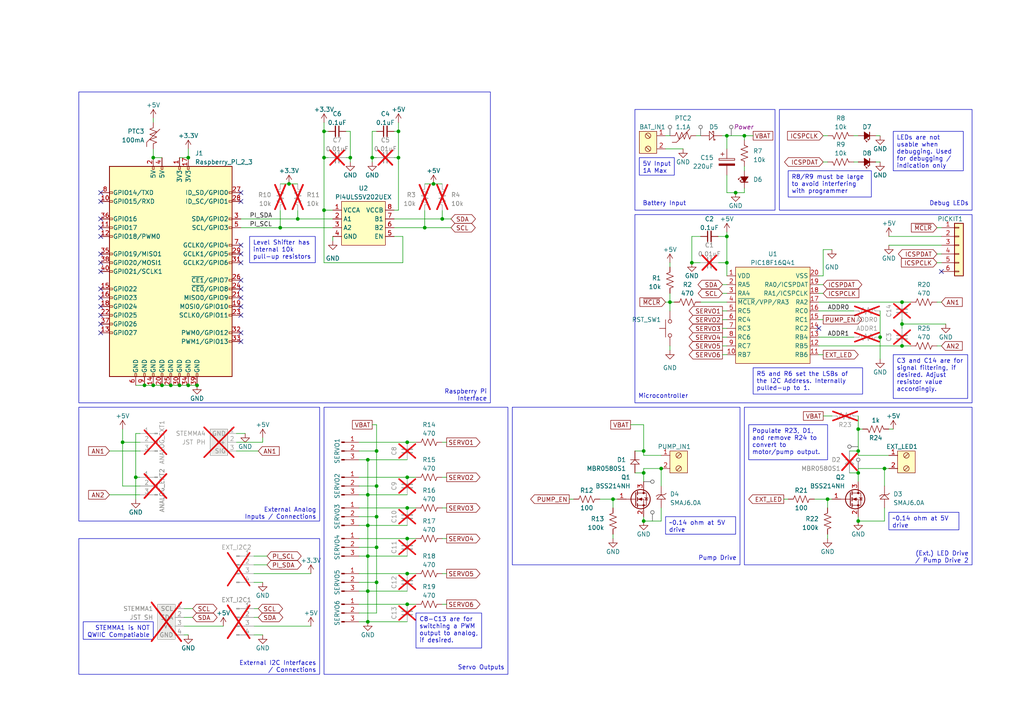
<source format=kicad_sch>
(kicad_sch (version 20230121) (generator eeschema)
  (paper "A4")
  (title_block (title "Servo Control Board") (date "2023-06-29") (rev "A1") (company "Designed by: Robert Perkel") (comment 1 "https://github.com/robperkel/evilia-boat-servo"))
  (junction (at 210.82 39.37))
  (junction (at 248.92 137.16))
  (junction (at 200.66 76.2))
  (junction (at 261.62 93.98))
  (junction (at 109.22 149.86))
  (junction (at 109.22 140.97))
  (junction (at 93.98 45.72))
  (junction (at 213.36 55.88))
  (junction (at 86.36 63.5))
  (junction (at 118.11 156.21))
  (junction (at 118.11 147.32))
  (junction (at 256.54 135.89))
  (junction (at 44.45 111.76))
  (junction (at 107.95 45.72))
  (junction (at 93.98 38.1))
  (junction (at 44.45 45.72))
  (junction (at 106.68 161.29))
  (junction (at 109.22 130.81))
  (junction (at 125.73 53.34))
  (junction (at 186.69 130.81))
  (junction (at 210.82 68.58))
  (junction (at 186.69 137.16))
  (junction (at 106.68 152.4))
  (junction (at 54.61 111.76))
  (junction (at 39.37 138.43))
  (junction (at 101.6 45.72))
  (junction (at 81.28 66.04))
  (junction (at 261.62 100.33))
  (junction (at 115.57 45.72))
  (junction (at 57.15 111.76))
  (junction (at 106.68 133.35))
  (junction (at 215.9 39.37))
  (junction (at 106.68 171.45))
  (junction (at 128.27 63.5))
  (junction (at 118.11 175.26))
  (junction (at 118.11 166.37))
  (junction (at 54.61 45.72))
  (junction (at 248.92 130.81))
  (junction (at 177.8 144.78))
  (junction (at 41.91 111.76))
  (junction (at 255.27 97.79))
  (junction (at 261.62 87.63))
  (junction (at 240.03 144.78))
  (junction (at 83.82 53.34))
  (junction (at 248.92 124.46))
  (junction (at 186.69 151.13))
  (junction (at 93.98 60.96))
  (junction (at 52.07 111.76))
  (junction (at 118.11 128.27))
  (junction (at 210.82 76.2))
  (junction (at 35.56 128.27))
  (junction (at 106.68 180.34))
  (junction (at 49.53 111.76))
  (junction (at 109.22 158.75))
  (junction (at 106.68 143.51))
  (junction (at 194.31 87.63))
  (junction (at 115.57 38.1))
  (junction (at 248.92 151.13))
  (junction (at 191.77 135.89))
  (junction (at 46.99 111.76))
  (junction (at 118.11 138.43))
  (junction (at 123.19 66.04))
  (junction (at 109.22 168.91))
  (no_connect (at 69.85 88.9))
  (no_connect (at 29.21 73.66))
  (no_connect (at 69.85 71.12))
  (no_connect (at 29.21 66.04))
  (no_connect (at 69.85 73.66))
  (no_connect (at 69.85 83.82))
  (no_connect (at 29.21 88.9))
  (no_connect (at 273.05 78.74))
  (no_connect (at 237.49 95.25))
  (no_connect (at 69.85 86.36))
  (no_connect (at 29.21 91.44))
  (no_connect (at 29.21 58.42))
  (no_connect (at 69.85 58.42))
  (no_connect (at 29.21 55.88))
  (no_connect (at 29.21 76.2))
  (no_connect (at 69.85 76.2))
  (no_connect (at 29.21 96.52))
  (no_connect (at 69.85 81.28))
  (no_connect (at 29.21 86.36))
  (no_connect (at 69.85 91.44))
  (no_connect (at 29.21 78.74))
  (no_connect (at 69.85 96.52))
  (no_connect (at 69.85 99.06))
  (no_connect (at 29.21 83.82))
  (no_connect (at 29.21 68.58))
  (no_connect (at 29.21 93.98))
  (no_connect (at 69.85 55.88))
  (no_connect (at 29.21 63.5))
  (wire (pts (xy 44.45 111.76) (xy 46.99 111.76)))
  (wire (pts (xy 114.3 38.1) (xy 115.57 38.1)))
  (wire (pts (xy 93.98 35.56) (xy 93.98 38.1)))
  (wire (pts (xy 52.07 111.76) (xy 54.61 111.76)))
  (wire (pts (xy 215.9 39.37) (xy 218.44 39.37)))
  (wire (pts (xy 254 46.99) (xy 255.27 46.99)))
  (wire (pts (xy 237.49 100.33) (xy 261.62 100.33)))
  (wire (pts (xy 109.22 130.81) (xy 104.14 130.81)))
  (wire (pts (xy 35.56 124.46) (xy 35.56 128.27)))
  (wire (pts (xy 107.95 45.72) (xy 109.22 45.72)))
  (wire (pts (xy 68.58 125.73) (xy 71.12 125.73)))
  (wire (pts (xy 215.9 40.64) (xy 215.9 39.37)))
  (wire (pts (xy 109.22 149.86) (xy 109.22 140.97)))
  (wire (pts (xy 109.22 177.8) (xy 109.22 168.91)))
  (wire (pts (xy 31.75 130.81) (xy 40.64 130.81)))
  (wire (pts (xy 255.27 97.79) (xy 255.27 104.14)))
  (wire (pts (xy 109.22 123.19) (xy 109.22 130.81)))
  (wire (pts (xy 213.36 55.88) (xy 215.9 55.88)))
  (wire (pts (xy 237.49 102.87) (xy 238.76 102.87)))
  (wire (pts (xy 73.66 176.53) (xy 74.93 176.53)))
  (wire (pts (xy 210.82 55.88) (xy 213.36 55.88)))
  (wire (pts (xy 118.11 175.26) (xy 120.65 175.26)))
  (wire (pts (xy 41.91 111.76) (xy 44.45 111.76)))
  (wire (pts (xy 177.8 144.78) (xy 179.07 144.78)))
  (wire (pts (xy 210.82 50.8) (xy 210.82 55.88)))
  (wire (pts (xy 238.76 120.65) (xy 241.3 120.65)))
  (wire (pts (xy 128.27 60.96) (xy 128.27 63.5)))
  (wire (pts (xy 261.62 92.71) (xy 261.62 93.98)))
  (wire (pts (xy 68.58 130.81) (xy 74.93 130.81)))
  (wire (pts (xy 238.76 39.37) (xy 240.03 39.37)))
  (wire (pts (xy 104.14 175.26) (xy 118.11 175.26)))
  (wire (pts (xy 73.66 179.07) (xy 74.93 179.07)))
  (wire (pts (xy 184.15 130.81) (xy 186.69 130.81)))
  (wire (pts (xy 255.27 90.17) (xy 255.27 97.79)))
  (wire (pts (xy 210.82 39.37) (xy 210.82 43.18)))
  (wire (pts (xy 240.03 144.78) (xy 240.03 147.32)))
  (wire (pts (xy 254 39.37) (xy 255.27 39.37)))
  (wire (pts (xy 104.14 138.43) (xy 118.11 138.43)))
  (wire (pts (xy 68.58 128.27) (xy 76.2 128.27)))
  (wire (pts (xy 106.68 171.45) (xy 118.11 171.45)))
  (wire (pts (xy 104.14 156.21) (xy 118.11 156.21)))
  (wire (pts (xy 35.56 128.27) (xy 35.56 140.97)))
  (wire (pts (xy 194.31 85.09) (xy 194.31 87.63)))
  (wire (pts (xy 248.92 120.65) (xy 248.92 124.46)))
  (wire (pts (xy 123.19 53.34) (xy 125.73 53.34)))
  (wire (pts (xy 198.12 43.18) (xy 193.04 43.18)))
  (wire (pts (xy 210.82 68.58) (xy 210.82 76.2)))
  (wire (pts (xy 114.3 66.04) (xy 123.19 66.04)))
  (wire (pts (xy 106.68 161.29) (xy 106.68 171.45)))
  (wire (pts (xy 256.54 151.13) (xy 248.92 151.13)))
  (wire (pts (xy 208.28 68.58) (xy 210.82 68.58)))
  (wire (pts (xy 273.05 76.2) (xy 271.78 76.2)))
  (wire (pts (xy 246.38 137.16) (xy 248.92 137.16)))
  (wire (pts (xy 31.75 143.51) (xy 40.64 143.51)))
  (wire (pts (xy 106.68 171.45) (xy 106.68 180.34)))
  (wire (pts (xy 104.14 158.75) (xy 109.22 158.75)))
  (wire (pts (xy 209.55 100.33) (xy 210.82 100.33)))
  (wire (pts (xy 193.04 39.37) (xy 194.31 39.37)))
  (wire (pts (xy 240.03 144.78) (xy 241.3 144.78)))
  (wire (pts (xy 182.88 123.19) (xy 186.69 123.19)))
  (wire (pts (xy 116.84 76.2) (xy 93.98 76.2)))
  (wire (pts (xy 201.93 39.37) (xy 203.2 39.37)))
  (wire (pts (xy 237.49 90.17) (xy 247.65 90.17)))
  (wire (pts (xy 123.19 60.96) (xy 123.19 66.04)))
  (wire (pts (xy 73.66 181.61) (xy 90.17 181.61)))
  (wire (pts (xy 186.69 137.16) (xy 186.69 139.7)))
  (wire (pts (xy 109.22 158.75) (xy 109.22 149.86)))
  (wire (pts (xy 128.27 175.26) (xy 129.54 175.26)))
  (wire (pts (xy 115.57 60.96) (xy 114.3 60.96)))
  (wire (pts (xy 35.56 140.97) (xy 40.64 140.97)))
  (wire (pts (xy 237.49 82.55) (xy 238.76 82.55)))
  (wire (pts (xy 104.14 171.45) (xy 106.68 171.45)))
  (wire (pts (xy 186.69 135.89) (xy 186.69 137.16)))
  (wire (pts (xy 44.45 45.72) (xy 46.99 45.72)))
  (wire (pts (xy 73.66 166.37) (xy 90.17 166.37)))
  (wire (pts (xy 104.14 149.86) (xy 109.22 149.86)))
  (wire (pts (xy 109.22 140.97) (xy 109.22 130.81)))
  (wire (pts (xy 86.36 63.5) (xy 96.52 63.5)))
  (wire (pts (xy 195.58 87.63) (xy 194.31 87.63)))
  (wire (pts (xy 238.76 46.99) (xy 240.03 46.99)))
  (wire (pts (xy 256.54 135.89) (xy 256.54 140.97)))
  (wire (pts (xy 200.66 76.2) (xy 203.2 76.2)))
  (wire (pts (xy 116.84 68.58) (xy 116.84 76.2)))
  (wire (pts (xy 49.53 111.76) (xy 52.07 111.76)))
  (wire (pts (xy 273.05 71.12) (xy 257.81 71.12)))
  (wire (pts (xy 93.98 38.1) (xy 93.98 45.72)))
  (wire (pts (xy 246.38 130.81) (xy 248.92 130.81)))
  (wire (pts (xy 209.55 102.87) (xy 210.82 102.87)))
  (wire (pts (xy 114.3 68.58) (xy 116.84 68.58)))
  (wire (pts (xy 209.55 92.71) (xy 210.82 92.71)))
  (wire (pts (xy 210.82 67.31) (xy 210.82 68.58)))
  (wire (pts (xy 238.76 85.09) (xy 237.49 85.09)))
  (wire (pts (xy 261.62 93.98) (xy 261.62 95.25)))
  (wire (pts (xy 191.77 135.89) (xy 191.77 140.97)))
  (wire (pts (xy 165.1 144.78) (xy 166.37 144.78)))
  (wire (pts (xy 46.99 111.76) (xy 49.53 111.76)))
  (wire (pts (xy 128.27 138.43) (xy 129.54 138.43)))
  (wire (pts (xy 104.14 152.4) (xy 106.68 152.4)))
  (wire (pts (xy 259.08 124.46) (xy 257.81 124.46)))
  (wire (pts (xy 39.37 111.76) (xy 41.91 111.76)))
  (wire (pts (xy 81.28 60.96) (xy 81.28 66.04)))
  (wire (pts (xy 210.82 39.37) (xy 215.9 39.37)))
  (wire (pts (xy 69.85 63.5) (xy 86.36 63.5)))
  (wire (pts (xy 128.27 156.21) (xy 129.54 156.21)))
  (wire (pts (xy 53.34 181.61) (xy 64.77 181.61)))
  (wire (pts (xy 76.2 128.27) (xy 76.2 127)))
  (wire (pts (xy 273.05 100.33) (xy 271.78 100.33)))
  (wire (pts (xy 273.05 66.04) (xy 271.78 66.04)))
  (wire (pts (xy 257.81 135.89) (xy 256.54 135.89)))
  (wire (pts (xy 130.81 63.5) (xy 128.27 63.5)))
  (wire (pts (xy 191.77 147.32) (xy 191.77 151.13)))
  (wire (pts (xy 83.82 53.34) (xy 86.36 53.34)))
  (wire (pts (xy 95.25 38.1) (xy 93.98 38.1)))
  (wire (pts (xy 104.14 166.37) (xy 118.11 166.37)))
  (wire (pts (xy 101.6 38.1) (xy 101.6 45.72)))
  (wire (pts (xy 106.68 152.4) (xy 118.11 152.4)))
  (wire (pts (xy 40.64 125.73) (xy 39.37 125.73)))
  (wire (pts (xy 191.77 151.13) (xy 186.69 151.13)))
  (wire (pts (xy 114.3 63.5) (xy 128.27 63.5)))
  (wire (pts (xy 247.65 39.37) (xy 248.92 39.37)))
  (wire (pts (xy 209.55 85.09) (xy 210.82 85.09)))
  (wire (pts (xy 93.98 45.72) (xy 93.98 60.96)))
  (wire (pts (xy 106.68 143.51) (xy 118.11 143.51)))
  (wire (pts (xy 81.28 66.04) (xy 96.52 66.04)))
  (wire (pts (xy 248.92 132.08) (xy 257.81 132.08)))
  (wire (pts (xy 209.55 95.25) (xy 210.82 95.25)))
  (wire (pts (xy 107.95 46.99) (xy 107.95 45.72)))
  (wire (pts (xy 52.07 45.72) (xy 54.61 45.72)))
  (wire (pts (xy 107.95 38.1) (xy 107.95 45.72)))
  (wire (pts (xy 125.73 53.34) (xy 128.27 53.34)))
  (wire (pts (xy 107.95 38.1) (xy 109.22 38.1)))
  (wire (pts (xy 106.68 133.35) (xy 106.68 143.51)))
  (wire (pts (xy 106.68 143.51) (xy 106.68 152.4)))
  (wire (pts (xy 118.11 166.37) (xy 120.65 166.37)))
  (wire (pts (xy 39.37 125.73) (xy 39.37 138.43)))
  (wire (pts (xy 247.65 46.99) (xy 248.92 46.99)))
  (wire (pts (xy 261.62 87.63) (xy 264.16 87.63)))
  (wire (pts (xy 194.31 87.63) (xy 194.31 90.17)))
  (wire (pts (xy 210.82 76.2) (xy 210.82 80.01)))
  (wire (pts (xy 54.61 111.76) (xy 57.15 111.76)))
  (wire (pts (xy 39.37 138.43) (xy 40.64 138.43)))
  (wire (pts (xy 101.6 46.99) (xy 101.6 45.72)))
  (wire (pts (xy 238.76 80.01) (xy 237.49 80.01)))
  (wire (pts (xy 273.05 68.58) (xy 257.81 68.58)))
  (wire (pts (xy 194.31 76.2) (xy 194.31 77.47)))
  (wire (pts (xy 106.68 180.34) (xy 118.11 180.34)))
  (wire (pts (xy 237.49 87.63) (xy 261.62 87.63)))
  (wire (pts (xy 209.55 90.17) (xy 210.82 90.17)))
  (wire (pts (xy 118.11 128.27) (xy 120.65 128.27)))
  (wire (pts (xy 186.69 123.19) (xy 186.69 130.81)))
  (wire (pts (xy 53.34 176.53) (xy 55.88 176.53)))
  (wire (pts (xy 104.14 140.97) (xy 109.22 140.97)))
  (wire (pts (xy 237.49 97.79) (xy 247.65 97.79)))
  (wire (pts (xy 54.61 43.18) (xy 54.61 45.72)))
  (wire (pts (xy 273.05 73.66) (xy 271.78 73.66)))
  (wire (pts (xy 238.76 72.39) (xy 241.3 72.39)))
  (wire (pts (xy 215.9 48.26) (xy 215.9 49.53)))
  (wire (pts (xy 106.68 133.35) (xy 118.11 133.35)))
  (wire (pts (xy 193.04 87.63) (xy 194.31 87.63)))
  (wire (pts (xy 203.2 87.63) (xy 210.82 87.63)))
  (wire (pts (xy 209.55 97.79) (xy 210.82 97.79)))
  (wire (pts (xy 104.14 180.34) (xy 106.68 180.34)))
  (wire (pts (xy 200.66 68.58) (xy 200.66 76.2)))
  (wire (pts (xy 186.69 130.81) (xy 186.69 132.08)))
  (wire (pts (xy 209.55 82.55) (xy 210.82 82.55)))
  (wire (pts (xy 118.11 156.21) (xy 120.65 156.21)))
  (wire (pts (xy 261.62 100.33) (xy 264.16 100.33)))
  (wire (pts (xy 186.69 135.89) (xy 191.77 135.89)))
  (wire (pts (xy 186.69 149.86) (xy 186.69 151.13)))
  (wire (pts (xy 248.92 135.89) (xy 248.92 137.16)))
  (wire (pts (xy 115.57 38.1) (xy 115.57 45.72)))
  (wire (pts (xy 128.27 128.27) (xy 129.54 128.27)))
  (wire (pts (xy 248.92 149.86) (xy 248.92 151.13)))
  (wire (pts (xy 69.85 66.04) (xy 81.28 66.04)))
  (wire (pts (xy 101.6 45.72) (xy 100.33 45.72)))
  (wire (pts (xy 274.32 93.98) (xy 261.62 93.98)))
  (wire (pts (xy 256.54 147.32) (xy 256.54 151.13)))
  (wire (pts (xy 130.81 66.04) (xy 123.19 66.04)))
  (wire (pts (xy 104.14 147.32) (xy 118.11 147.32)))
  (wire (pts (xy 177.8 154.94) (xy 177.8 156.21)))
  (wire (pts (xy 104.14 177.8) (xy 109.22 177.8)))
  (wire (pts (xy 240.03 154.94) (xy 240.03 156.21)))
  (wire (pts (xy 271.78 87.63) (xy 273.05 87.63)))
  (wire (pts (xy 73.66 161.29) (xy 77.47 161.29)))
  (wire (pts (xy 209.55 39.37) (xy 210.82 39.37)))
  (wire (pts (xy 238.76 72.39) (xy 238.76 80.01)))
  (wire (pts (xy 86.36 63.5) (xy 86.36 60.96)))
  (wire (pts (xy 95.25 45.72) (xy 93.98 45.72)))
  (wire (pts (xy 106.68 152.4) (xy 106.68 161.29)))
  (wire (pts (xy 177.8 144.78) (xy 177.8 147.32)))
  (wire (pts (xy 104.14 143.51) (xy 106.68 143.51)))
  (wire (pts (xy 248.92 135.89) (xy 256.54 135.89)))
  (wire (pts (xy 186.69 132.08) (xy 191.77 132.08)))
  (wire (pts (xy 81.28 53.34) (xy 83.82 53.34)))
  (wire (pts (xy 73.66 163.83) (xy 77.47 163.83)))
  (wire (pts (xy 109.22 168.91) (xy 109.22 158.75)))
  (wire (pts (xy 101.6 38.1) (xy 100.33 38.1)))
  (wire (pts (xy 44.45 43.18) (xy 44.45 45.72)))
  (wire (pts (xy 107.95 123.19) (xy 109.22 123.19)))
  (wire (pts (xy 104.14 128.27) (xy 118.11 128.27)))
  (wire (pts (xy 73.66 168.91) (xy 76.2 168.91)))
  (wire (pts (xy 93.98 60.96) (xy 96.52 60.96)))
  (wire (pts (xy 44.45 34.29) (xy 44.45 35.56)))
  (wire (pts (xy 93.98 76.2) (xy 93.98 60.96)))
  (wire (pts (xy 237.49 92.71) (xy 238.76 92.71)))
  (wire (pts (xy 128.27 166.37) (xy 129.54 166.37)))
  (wire (pts (xy 248.92 124.46) (xy 248.92 130.81)))
  (wire (pts (xy 114.3 45.72) (xy 115.57 45.72)))
  (wire (pts (xy 194.31 100.33) (xy 194.31 101.6)))
  (wire (pts (xy 236.22 144.78) (xy 240.03 144.78)))
  (wire (pts (xy 118.11 147.32) (xy 120.65 147.32)))
  (wire (pts (xy 35.56 128.27) (xy 40.64 128.27)))
  (wire (pts (xy 118.11 138.43) (xy 120.65 138.43)))
  (wire (pts (xy 208.28 76.2) (xy 210.82 76.2)))
  (wire (pts (xy 248.92 137.16) (xy 248.92 139.7)))
  (wire (pts (xy 215.9 54.61) (xy 215.9 55.88)))
  (wire (pts (xy 248.92 124.46) (xy 250.19 124.46)))
  (wire (pts (xy 203.2 68.58) (xy 200.66 68.58)))
  (wire (pts (xy 227.33 144.78) (xy 228.6 144.78)))
  (wire (pts (xy 104.14 161.29) (xy 106.68 161.29)))
  (wire (pts (xy 39.37 138.43) (xy 39.37 144.78)))
  (wire (pts (xy 184.15 137.16) (xy 186.69 137.16)))
  (wire (pts (xy 104.14 133.35) (xy 106.68 133.35)))
  (wire (pts (xy 248.92 130.81) (xy 248.92 132.08)))
  (wire (pts (xy 53.34 179.07) (xy 55.88 179.07)))
  (wire (pts (xy 106.68 161.29) (xy 118.11 161.29)))
  (wire (pts (xy 96.52 68.58) (xy 96.52 69.85)))
  (wire (pts (xy 53.34 184.15) (xy 54.61 184.15)))
  (wire (pts (xy 115.57 35.56) (xy 115.57 38.1)))
  (wire (pts (xy 128.27 147.32) (xy 129.54 147.32)))
  (wire (pts (xy 115.57 45.72) (xy 115.57 60.96)))
  (wire (pts (xy 104.14 168.91) (xy 109.22 168.91)))
  (wire (pts (xy 73.66 184.15) (xy 76.2 184.15)))
  (wire (pts (xy 173.99 144.78) (xy 177.8 144.78)))
  (rectangle (start 184.15 31.75) (end 224.79 60.96))
  (rectangle (start 22.86 26.67) (end 142.24 116.84))
  (rectangle (start 22.86 156.21) (end 92.71 195.58))
  (rectangle (start 22.86 118.11) (end 92.71 151.13))
  (rectangle (start 226.06 31.75) (end 281.94 60.96))
  (rectangle (start 93.98 118.11) (end 147.32 195.58))
  (rectangle (start 215.9 118.11) (end 281.94 163.83))
  (rectangle (start 184.15 62.23) (end 281.94 116.84))
  (rectangle (start 148.59 118.11) (end 214.63 163.83))
  (text_box "Populate R23, D1, and remove R24 to convert to motor/pump output." (at 217.17 123.19 0) (size 22.86 10.16) (effects (font (size 1.27 1.27)) (justify left top)))
  (text_box "Debug LEDs" (at 261.62 57.15 0) (size 20.32 3.81) (stroke (width -0.0001)) (effects (font (size 1.27 1.27)) (justify right top)))
  (text_box "External Analog Inputs / Connections" (at 69.85 146.05 0) (size 22.86 5.08) (stroke (width -0.0001)) (effects (font (size 1.27 1.27)) (justify right top)))
  (text_box "Battery Input" (at 185.42 57.15 0) (size 20.32 3.81) (stroke (width -0.0001)) (effects (font (size 1.27 1.27)) (justify left top)))
  (text_box "~0.14 ohm at 5V drive" (at 193.04 149.86 0) (size 20.32 5.08) (effects (font (size 1.27 1.27)) (justify left top)))
  (text_box "R8/R9 must be large to avoid interfering with programmer" (at 228.6 49.53 0) (size 24.13 7.62) (effects (font (size 1.27 1.27)) (justify left top)))
  (text_box "5V Input\n1A Max" (at 185.42 45.72 0) (size 10.16 5.08) (effects (font (size 1.27 1.27)) (justify left top)))
  (text_box "~0.14 ohm at 5V drive" (at 257.81 148.59 0) (size 20.32 5.08) (effects (font (size 1.27 1.27)) (justify left top)))
  (text_box "C3 and C14 are for signal filtering, if desired. Adjust resistor value accordingly." (at 259.08 102.87 0) (size 21.59 12.7) (effects (font (size 1.27 1.27)) (justify left top)))
  (text_box "C8-C13 are for switching a PWM output to analog, if desired." (at 120.65 177.8 0) (size 19.05 10.16) (effects (font (size 1.27 1.27)) (justify left top)))
  (text_box "External I2C Interfaces / Connections" (at 67.31 190.5 0) (size 25.4 5.08) (stroke (width -0.0001)) (effects (font (size 1.27 1.27)) (justify right top)))
  (text_box "LEDs are not usable when debugging. Used for debugging / indication only" (at 259.08 38.1 0) (size 20.32 11.43) (effects (font (size 1.27 1.27)) (justify left top)))
  (text_box "Pump Drive" (at 198.12 160.02 0) (size 16.51 3.81) (stroke (width -0.0001)) (effects (font (size 1.27 1.27)) (justify right top)))
  (text_box "Level Shifter has internal 10k pull-up resistors" (at 72.39 68.58 0) (size 19.05 7.62) (effects (font (size 1.27 1.27)) (justify left top)))
  (text_box "R5 and R6 set the LSBs of the I2C Address. Internally pulled-up to 1." (at 218.44 106.68 0) (size 31.75 7.62) (effects (font (size 1.27 1.27)) (justify left top)))
  (text_box "Servo Outputs" (at 130.81 191.77 0) (size 16.51 3.81) (stroke (width -0.0001)) (effects (font (size 1.27 1.27)) (justify right top)))
  (text_box "Microcontroller" (at 184.15 113.03 0) (size 20.32 3.81) (stroke (width -0.0001)) (effects (font (size 1.27 1.27)) (justify left top)))
  (text_box "(Ext.) LED Drive / Pump Drive 2" (at 264.16 158.75 0) (size 17.78 5.08) (stroke (width -0.0001)) (effects (font (size 1.27 1.27)) (justify right top)))
  (text_box "STEMMA1 is NOT\nQWIIC Compatiable" (at 24.13 180.34 0) (size 20.32 5.08) (effects (font (size 1.27 1.27)) (justify right top)))
  (text_box "Raspberry Pi Interface" (at 119.38 111.76 0) (size 22.86 5.08) (stroke (width -0.0001)) (effects (font (size 1.27 1.27)) (justify right top)))
  (label "PI_SCL" (at 72.39 66.04 0))
  (label "PI_SDA" (at 72.39 63.5 0))
  (label "ADDR0" (at 240.03 90.17 0))
  (label "ADDR1" (at 240.03 97.79 0))
  (global_label "SDA" (shape bidirectional) (at 209.55 82.55 180) (property "Intersheetrefs" "${INTERSHEET_REFS}" (effects hide)))
  (global_label "VBAT" (shape passive) (at 107.95 123.19 180) (property "Intersheetrefs" "${INTERSHEET_REFS}" (effects hide)))
  (global_label "SCL" (shape bidirectional) (at 209.55 85.09 180) (property "Intersheetrefs" "${INTERSHEET_REFS}" (effects hide)))
  (global_label "AN2" (shape input) (at 31.75 143.51 180) (property "Intersheetrefs" "${INTERSHEET_REFS}" (effects hide)))
  (global_label "SERVO2" (shape output) (at 129.54 138.43 0) (property "Intersheetrefs" "${INTERSHEET_REFS}" (effects hide)))
  (global_label "SERVO6" (shape output) (at 129.54 175.26 0) (property "Intersheetrefs" "${INTERSHEET_REFS}" (effects hide)))
  (global_label "SERVO4" (shape output) (at 209.55 97.79 180) (property "Intersheetrefs" "${INTERSHEET_REFS}" (effects hide)))
  (global_label "ICSPCLK" (shape input) (at 238.76 85.09 0) (property "Intersheetrefs" "${INTERSHEET_REFS}" (effects hide)))
  (global_label "SERVO3" (shape output) (at 129.54 147.32 0) (property "Intersheetrefs" "${INTERSHEET_REFS}" (effects hide)))
  (global_label "SERVO2" (shape output) (at 209.55 92.71 180) (property "Intersheetrefs" "${INTERSHEET_REFS}" (effects hide)))
  (global_label "ICSPDAT" (shape bidirectional) (at 238.76 46.99 180) (property "Intersheetrefs" "${INTERSHEET_REFS}" (effects hide)))
  (global_label "ICSPCLK" (shape input) (at 238.76 39.37 180) (property "Intersheetrefs" "${INTERSHEET_REFS}" (effects hide)))
  (global_label "ICSPCLK" (shape input) (at 271.78 76.2 180) (property "Intersheetrefs" "${INTERSHEET_REFS}" (effects hide)))
  (global_label "VBAT" (shape passive) (at 182.88 123.19 180) (property "Intersheetrefs" "${INTERSHEET_REFS}" (effects hide)))
  (global_label "AN1" (shape input) (at 31.75 130.81 180) (property "Intersheetrefs" "${INTERSHEET_REFS}" (effects hide)))
  (global_label "SERVO1" (shape output) (at 209.55 90.17 180) (property "Intersheetrefs" "${INTERSHEET_REFS}" (effects hide)))
  (global_label "SDA" (shape bidirectional) (at 74.93 179.07 0) (property "Intersheetrefs" "${INTERSHEET_REFS}" (effects hide)))
  (global_label "SDA" (shape bidirectional) (at 55.88 179.07 0) (property "Intersheetrefs" "${INTERSHEET_REFS}" (effects hide)))
  (global_label "VBAT" (shape passive) (at 238.76 120.65 180) (property "Intersheetrefs" "${INTERSHEET_REFS}" (effects hide)))
  (global_label "AN1" (shape input) (at 74.93 130.81 0) (property "Intersheetrefs" "${INTERSHEET_REFS}" (effects hide)))
  (global_label "AN2" (shape input) (at 273.05 100.33 0) (property "Intersheetrefs" "${INTERSHEET_REFS}" (effects hide)))
  (global_label "SERVO5" (shape output) (at 209.55 100.33 180) (property "Intersheetrefs" "${INTERSHEET_REFS}" (effects hide)))
  (global_label "VBAT" (shape passive) (at 218.44 39.37 0) (property "Intersheetrefs" "${INTERSHEET_REFS}" (effects hide)))
  (global_label "SERVO4" (shape output) (at 129.54 156.21 0) (property "Intersheetrefs" "${INTERSHEET_REFS}" (effects hide)))
  (global_label "PUMP_EN" (shape output) (at 165.1 144.78 180) (property "Intersheetrefs" "${INTERSHEET_REFS}" (effects hide)))
  (global_label "SCL" (shape bidirectional) (at 55.88 176.53 0) (property "Intersheetrefs" "${INTERSHEET_REFS}" (effects hide)))
  (global_label "SDA" (shape bidirectional) (at 130.81 63.5 0) (property "Intersheetrefs" "${INTERSHEET_REFS}" (effects hide)))
  (global_label "PUMP_EN" (shape output) (at 238.76 92.71 0) (property "Intersheetrefs" "${INTERSHEET_REFS}" (effects hide)))
  (global_label "EXT_LED" (shape output) (at 238.76 102.87 0) (property "Intersheetrefs" "${INTERSHEET_REFS}" (effects hide)))
  (global_label "EXT_LED" (shape output) (at 227.33 144.78 180) (property "Intersheetrefs" "${INTERSHEET_REFS}" (effects hide)))
  (global_label "ICSPDAT" (shape bidirectional) (at 271.78 73.66 180) (property "Intersheetrefs" "${INTERSHEET_REFS}" (effects hide)))
  (global_label "SCL" (shape bidirectional) (at 130.81 66.04 0) (property "Intersheetrefs" "${INTERSHEET_REFS}" (effects hide)))
  (global_label "SCL" (shape bidirectional) (at 74.93 176.53 0) (property "Intersheetrefs" "${INTERSHEET_REFS}" (effects hide)))
  (global_label "~{MCLR}" (shape input) (at 271.78 66.04 180) (property "Intersheetrefs" "${INTERSHEET_REFS}" (effects hide)))
  (global_label "SERVO5" (shape output) (at 129.54 166.37 0) (property "Intersheetrefs" "${INTERSHEET_REFS}" (effects hide)))
  (global_label "SERVO1" (shape output) (at 129.54 128.27 0) (property "Intersheetrefs" "${INTERSHEET_REFS}" (effects hide)))
  (global_label "PI_SCL" (shape bidirectional) (at 77.47 161.29 0) (property "Intersheetrefs" "${INTERSHEET_REFS}" (effects hide)))
  (global_label "~{MCLR}" (shape input) (at 193.04 87.63 180) (property "Intersheetrefs" "${INTERSHEET_REFS}" (effects hide)))
  (global_label "ICSPDAT" (shape bidirectional) (at 238.76 82.55 0) (property "Intersheetrefs" "${INTERSHEET_REFS}" (effects hide)))
  (global_label "PI_SDA" (shape bidirectional) (at 77.4436 163.83 0) (property "Intersheetrefs" "${INTERSHEET_REFS}" (effects hide)))
  (global_label "SERVO6" (shape output) (at 209.55 102.87 180) (property "Intersheetrefs" "${INTERSHEET_REFS}" (effects hide)))
  (global_label "SERVO3" (shape output) (at 209.55 95.25 180) (property "Intersheetrefs" "${INTERSHEET_REFS}" (effects hide)))
  (global_label "AN1" (shape input) (at 273.05 87.63 0) (property "Intersheetrefs" "${INTERSHEET_REFS}" (effects hide)))
  (netclass_flag "" (length 2.54) (shape round) (at 248.92 129.54 90) (property "Netclass" "Power" (effects hide)))
  (netclass_flag "" (length 2.54) (shape round) (at 248.92 135.89 0) (property "Netclass" "Power" (effects hide)))
  (netclass_flag "" (length 2.54) (shape round) (at 212.09 39.37 0) (property "Netclass" "Power" (at 212.7885 36.83 0) (effects (font italic) (justify left))))
  (netclass_flag "" (length 2.54) (shape round) (at 194.31 39.37 0) (property "Netclass" "Power" (effects hide)))
  (netclass_flag "" (length 2.54) (shape round) (at 186.69 139.7 270) (property "Netclass" "Power" (effects hide)))
  (netclass_flag "" (length 2.54) (shape round) (at 189.23 151.13 0) (property "Netclass" "Power" (effects hide)))
  (netclass_flag "" (length 2.54) (shape round) (at 203.2 39.37 0) (property "Netclass" "Power" (effects hide)))
  (symbol (lib_id "power:GND") (at 107.95 46.99 0) (unit 1)
    (property "Reference" "#PWR09" (effects hide))
    (property "Value" "GND" (at 107.95 50.8 0))
  )
  (symbol (lib_id "Device:C_Small") (at 118.11 130.81 180) (unit 1) (dnp yes)
    (property "Reference" "C8" (at 114.3 130.81 90))
    (property "Value" "0.01uF" (effects hide))
    (property "Footprint" "Capacitor_SMD:C_0805_2012Metric_Pad1.18x1.45mm_HandSolder" (effects hide))
  )
  (symbol (lib_id "power:GND") (at 177.8 156.21 0) (unit 1)
    (property "Reference" "#PWR015" (effects hide))
    (property "Value" "GND" (at 177.8 160.02 0))
  )
  (symbol (lib_id "Device:R_US") (at 267.97 87.63 90) (unit 1)
    (property "Reference" "R20" (at 267.97 82.55 90))
    (property "Value" "470" (at 267.97 85.09 90))
    (property "Footprint" "Resistor_SMD:R_0805_2012Metric_Pad1.20x1.40mm_HandSolder" (effects hide))
  )
  (symbol (lib_id "Device:C_Polarized") (at 210.82 46.99 0) (unit 1)
    (property "Reference" "C15" (at 207.01 45.72 0) (effects (justify right)))
    (property "Value" "220uF" (at 207.01 48.26 0) (effects (justify right)))
    (property "Footprint" "Capacitor_THT:C_Radial_D8.0mm_H11.5mm_P3.50mm" (effects hide))
    (property "Datasheet" "https://www.rubycon.co.jp/wp-content/uploads/catalog-aluminum/ZLS.pdf" (effects hide))
  )
  (symbol (lib_id "Connector:Conn_01x03_Pin") (at 99.06 168.91 0) (unit 1)
    (property "Reference" "SERVO5" (at 97.79 168.91 90))
    (property "Value" "Conn_01x03_Pin" (effects hide))
    (property "Footprint" "Connector_PinHeader_2.54mm:PinHeader_1x03_P2.54mm_Vertical" (effects hide))
  )
  (symbol (lib_id "Control Board Parts:PI4ULS5V202") (at 105.41 57.15 0) (unit 1)
    (property "Reference" "U2" (at 105.41 54.61 0))
    (property "Value" "PI4ULS5V202UEX" (at 105.41 57.15 0))
    (property "Footprint" "StandardPackages_Custom:MSOP-8" (effects hide))
    (property "Datasheet" "https://www.diodes.com/assets/Datasheets/PI4ULS5V202.pdf" (effects hide))
  )
  (symbol (lib_id "Control Board Parts:BSS214NH") (at 186.69 132.08 0) (unit 1)
    (property "Reference" "Q1" (at 182.88 138.43 0) (effects (justify right)))
    (property "Value" "BSS214NH" (at 182.88 140.97 0) (effects (justify right)))
    (property "Footprint" "StandardPackages_Custom:SOT23-3" (effects hide))
    (property "Datasheet" "https://www.infineon.com/dgdl/BSS214N_Rev2.3.pdf?folderId=db3a3043156fd573011622e10b5c1f67&fileId=db3a304330f6860601311828a70444e9" (effects hide))
  )
  (symbol (lib_id "Device:C_Small") (at 261.62 90.17 180) (unit 1) (dnp yes)
    (property "Reference" "C14" (at 257.81 90.17 90))
    (property "Value" "0.01uF" (effects hide))
    (property "Footprint" "Capacitor_SMD:C_0805_2012Metric_Pad1.18x1.45mm_HandSolder" (effects hide))
  )
  (symbol (lib_id "Device:LED_Small_Filled") (at 215.9 52.07 90) (unit 1)
    (property "Reference" "D6" (at 218.44 52.07 90) (effects (justify right)))
    (property "Value" "LED_Small_Filled" (effects hide))
    (property "Footprint" "LED_SMD:LED_0805_2012Metric_Pad1.15x1.40mm_HandSolder" (effects hide))
  )
  (symbol (lib_id "power:+3.3V") (at 90.17 166.37 0) (unit 1)
    (property "Reference" "#PWR023" (effects hide))
    (property "Value" "+3.3V" (at 90.17 162.56 0))
  )
  (symbol (lib_id "power:GND") (at 39.37 144.78 0) (unit 1)
    (property "Reference" "#PWR021" (effects hide))
    (property "Value" "GND" (at 39.37 148.59 0))
  )
  (symbol (lib_id "Connector:Conn_01x03_Pin") (at 45.72 140.97 0) (mirror y) (unit 1) (dnp yes)
    (property "Reference" "ANALOG_EXT2" (at 46.99 142.24 90))
    (property "Value" "Conn_01x03_Pin" (effects hide))
    (property "Footprint" "Connector_PinHeader_2.54mm:PinHeader_1x03_P2.54mm_Vertical" (effects hide))
  )
  (symbol (lib_id "power:GND") (at 257.81 71.12 0) (mirror y) (unit 1)
    (property "Reference" "#PWR032" (effects hide))
    (property "Value" "GND" (at 257.81 74.93 0))
  )
  (symbol (lib_name "PTC_1") (lib_id "Control Board Parts:PTC") (at 44.45 43.18 270) (mirror x) (unit 1)
    (property "Reference" "PTC3" (at 41.91 38.1 90) (effects (justify right)))
    (property "Value" "100mA" (at 41.91 40.64 90) (effects (justify right)))
    (property "Footprint" "Control Board Custom:0ZCG Series PTC" (effects hide))
    (property "Datasheet" "https://www.belfuse.com/resources/datasheets/circuitprotection/ds-cp-0zcg-series.pdf" (effects hide))
  )
  (symbol (lib_id "Device:C_Small") (at 118.11 168.91 180) (unit 1) (dnp yes)
    (property "Reference" "C12" (at 114.3 168.91 90))
    (property "Value" "0.01uF" (effects hide))
    (property "Footprint" "Capacitor_SMD:C_0805_2012Metric_Pad1.18x1.45mm_HandSolder" (effects hide))
  )
  (symbol (lib_id "Switch:SW_Push") (at 194.31 95.25 90) (unit 1)
    (property "Reference" "RST_SW1" (at 191.77 92.71 90) (effects (justify left)))
    (property "Value" "TL6400AF160QJ" (effects hide))
    (property "Footprint" "Control Board Custom:TL6400AF160QJ" (effects hide))
    (property "Datasheet" "https://media.digikey.com/pdf/Data%20Sheets/E-Switch%20PDFs/TL6400_Datasheet.pdf" (effects hide))
  )
  (symbol (lib_id "Device:R_US") (at 124.46 175.26 90) (unit 1)
    (property "Reference" "R19" (at 124.46 170.18 90))
    (property "Value" "470" (at 124.46 172.72 90))
    (property "Footprint" "Resistor_SMD:R_0805_2012Metric_Pad1.20x1.40mm_HandSolder" (effects hide))
  )
  (symbol (lib_id "power:GND") (at 71.12 125.73 0) (unit 1)
    (property "Reference" "#PWR028" (effects hide))
    (property "Value" "GND" (at 71.12 129.54 0))
  )
  (symbol (lib_id "power:GND") (at 255.27 104.14 0) (unit 1)
    (property "Reference" "#PWR040" (effects hide))
    (property "Value" "GND" (at 255.27 107.95 0))
  )
  (symbol (lib_id "power:GND") (at 248.92 151.13 0) (unit 1)
    (property "Reference" "#PWR034" (effects hide))
    (property "Value" "GND" (at 248.92 154.94 0))
  )
  (symbol (lib_id "power:GND") (at 194.31 101.6 0) (unit 1)
    (property "Reference" "#PWR044" (effects hide))
    (property "Value" "GND" (at 194.31 106.68 0))
  )
  (symbol (lib_id "Device:C_Small") (at 118.11 140.97 180) (unit 1) (dnp yes)
    (property "Reference" "C9" (at 114.3 140.97 90))
    (property "Value" "0.01uF" (effects hide))
    (property "Footprint" "Capacitor_SMD:C_0805_2012Metric_Pad1.18x1.45mm_HandSolder" (effects hide))
  )
  (symbol (lib_id "Device:R_US") (at 243.84 39.37 270) (mirror x) (unit 1)
    (property "Reference" "R8" (at 243.84 34.29 90))
    (property "Value" "10k" (at 243.84 36.83 90))
    (property "Footprint" "Resistor_SMD:R_0805_2012Metric_Pad1.20x1.40mm_HandSolder" (effects hide))
  )
  (symbol (lib_id "power:GND") (at 198.12 43.18 0) (unit 1)
    (property "Reference" "#PWR036" (effects hide))
    (property "Value" "GND" (at 198.12 46.99 0))
  )
  (symbol (lib_id "power:+5V") (at 259.08 124.46 0) (unit 1)
    (property "Reference" "#PWR035" (effects hide))
    (property "Value" "+5V" (at 259.08 120.65 0))
  )
  (symbol (lib_id "Device:C_Small") (at 111.76 38.1 90) (unit 1)
    (property "Reference" "C4" (at 111.7663 33.02 90))
    (property "Value" "0.1uF" (at 111.7663 35.56 90))
    (property "Footprint" "Capacitor_SMD:C_0805_2012Metric_Pad1.18x1.45mm_HandSolder" (effects hide))
  )
  (symbol (lib_id "Device:R_US") (at 254 124.46 90) (mirror x) (unit 1)
    (property "Reference" "R24" (at 254 127 90))
    (property "Value" "1k" (at 254 121.92 90))
    (property "Footprint" "Resistor_SMD:R_0805_2012Metric_Pad1.20x1.40mm_HandSolder" (effects hide))
  )
  (symbol (lib_name "MBR0580S1_1") (lib_id "Control Board Parts:MBR0580S1") (at 187.96 133.35 270) (mirror x) (unit 1)
    (property "Reference" "D1" (at 181.61 133.35 90) (effects (justify right)))
    (property "Value" "MBR0580S1" (at 181.61 135.89 90) (effects (justify right)))
    (property "Footprint" "StandardPackages_Custom:SOD-123" (effects hide))
    (property "Datasheet" "https://media.digikey.com/pdf/Data%20Sheets/Diodes%20PDFs/MBR0580S1_R5.pdf" (effects hide))
  )
  (symbol (lib_id "power:GND") (at 76.2 184.15 0) (unit 1)
    (property "Reference" "#PWR030" (effects hide))
    (property "Value" "GND" (at 76.2 187.96 0))
  )
  (symbol (lib_id "Device:R_US") (at 123.19 57.15 0) (mirror y) (unit 1) (dnp yes)
    (property "Reference" "R3" (at 120.65 56.515 0) (effects (justify left)))
    (property "Value" "10k" (at 120.65 59.055 0) (effects (justify left)))
    (property "Footprint" "Resistor_SMD:R_0805_2012Metric_Pad1.20x1.40mm_HandSolder" (effects hide))
  )
  (symbol (lib_id "power:+5V") (at 115.57 35.56 0) (unit 1)
    (property "Reference" "#PWR012" (effects hide))
    (property "Value" "+5V" (at 115.57 31.75 0))
  )
  (symbol (lib_id "Device:C_Small") (at 118.11 149.86 180) (unit 1) (dnp yes)
    (property "Reference" "C10" (at 114.3 149.86 90))
    (property "Value" "0.01uF" (effects hide))
    (property "Footprint" "Capacitor_SMD:C_0805_2012Metric_Pad1.18x1.45mm_HandSolder" (effects hide))
  )
  (symbol (lib_id "Device:C_Small") (at 118.11 158.75 180) (unit 1) (dnp yes)
    (property "Reference" "C11" (at 114.3 158.75 90))
    (property "Value" "0.01uF" (effects hide))
    (property "Footprint" "Capacitor_SMD:C_0805_2012Metric_Pad1.18x1.45mm_HandSolder" (effects hide))
  )
  (symbol (lib_name "Terminal_Block_2") (lib_id "Control Board Parts:Terminal_Block") (at 187.96 35.56 0) (mirror y) (unit 1)
    (property "Reference" "BAT_IN1" (at 189.23 36.83 0))
    (property "Value" "BCH-381H-2 GN" (effects hide))
    (property "Footprint" "Control Board Custom:BCH-381H-2GN" (effects hide))
    (property "Datasheet" "https://www.phoenixcontact.com/en-us/products/pcb-header-bch-381h-2-gn-5444262" (effects hide))
    (property "Mates with" "BCP-381- 2 GN" (effects hide))
  )
  (symbol (lib_id "Device:C_Small") (at 205.74 68.58 90) (unit 1)
    (property "Reference" "C2" (at 205.7463 63.5 90))
    (property "Value" "0.1uF" (at 205.7463 66.04 90))
    (property "Footprint" "Capacitor_SMD:C_0805_2012Metric_Pad1.18x1.45mm_HandSolder" (effects hide))
  )
  (symbol (lib_id "power:+5V") (at 76.2 127 0) (unit 1)
    (property "Reference" "#PWR037" (effects hide))
    (property "Value" "+5V" (at 76.2 123.19 0))
  )
  (symbol (lib_id "power:GND") (at 255.27 39.37 0) (unit 1)
    (property "Reference" "#PWR042" (effects hide))
    (property "Value" "GND" (at 255.27 43.18 0))
  )
  (symbol (lib_id "Device:C_Small") (at 205.74 76.2 90) (unit 1) (dnp yes)
    (property "Reference" "C1" (at 205.7463 71.12 90))
    (property "Value" "0.01uF" (at 205.7463 73.66 90))
    (property "Footprint" "Capacitor_SMD:C_0805_2012Metric_Pad1.18x1.45mm_HandSolder" (effects hide))
  )
  (symbol (lib_id "Connector:Raspberry_Pi_2_3") (at 49.53 78.74 0) (unit 1)
    (property "Reference" "J1" (at 56.5659 44.45 0) (effects (justify left)))
    (property "Value" "Raspberry_Pi_2_3" (at 56.5659 46.99 0) (effects (justify left)))
    (property "Footprint" "Connector_PinHeader_2.54mm:PinHeader_2x20_P2.54mm_Vertical" (effects hide))
    (property "Datasheet" "https://www.raspberrypi.org/documentation/hardware/raspberrypi/schematics/rpi_SCH_3bplus_1p0_reduced.pdf" (effects hide))
  )
  (symbol (lib_id "power:GND") (at 274.32 93.98 0) (unit 1)
    (property "Reference" "#PWR06" (effects hide))
    (property "Value" "GND" (at 274.32 97.79 0))
  )
  (symbol (lib_id "Control Board Parts:STEMMA_3-pin_Analog/Digital/PWM") (at 62.23 120.65 0) (mirror y) (unit 1) (dnp yes)
    (property "Reference" "STEMMA4" (at 59.69 125.73 0) (effects (justify left)))
    (property "Value" "JST PH" (at 59.69 128.27 0) (effects (justify left)))
    (property "Footprint" "Connector_Adafruit_Custom:Adafruit STEMMA, 3-pin JST PH" (effects hide))
    (property "Datasheet" "https://learn.adafruit.com/introducing-adafruit-stemma-qt/technical-specs" (effects hide))
  )
  (symbol (lib_id "Device:R_US") (at 124.46 156.21 90) (unit 1)
    (property "Reference" "R17" (at 124.46 151.13 90))
    (property "Value" "470" (at 124.46 153.67 90))
    (property "Footprint" "Resistor_SMD:R_0805_2012Metric_Pad1.20x1.40mm_HandSolder" (effects hide))
  )
  (symbol (lib_id "Device:R_US") (at 199.39 87.63 90) (unit 1)
    (property "Reference" "R2" (at 199.39 82.55 90))
    (property "Value" "470" (at 199.39 85.09 90))
    (property "Footprint" "Resistor_SMD:R_0805_2012Metric_Pad1.20x1.40mm_HandSolder" (effects hide))
  )
  (symbol (lib_id "power:+5V") (at 194.31 76.2 0) (unit 1)
    (property "Reference" "#PWR08" (effects hide))
    (property "Value" "+5V" (at 194.31 72.39 0))
  )
  (symbol (lib_id "Control Board Parts:STEMMA_4-pin_I2C") (at 49.53 172.72 0) (mirror y) (unit 1) (dnp yes)
    (property "Reference" "STEMMA1" (at 44.45 176.53 0) (effects (justify left)))
    (property "Value" "JST SH" (at 44.45 179.07 0) (effects (justify left)))
    (property "Footprint" "Connector_Adafruit_Custom:Adafruit STEMMA, 4-pin JST SH" (effects hide))
    (property "Datasheet" "https://learn.adafruit.com/introducing-adafruit-stemma-qt/technical-specs" (effects hide))
  )
  (symbol (lib_id "Device:R_US") (at 215.9 44.45 0) (unit 1)
    (property "Reference" "R7" (at 218.44 43.815 0) (effects (justify left)))
    (property "Value" "10k" (at 218.44 46.355 0) (effects (justify left)))
    (property "Footprint" "Resistor_SMD:R_0805_2012Metric_Pad1.20x1.40mm_HandSolder" (effects hide))
  )
  (symbol (lib_id "Device:R_US") (at 245.11 120.65 90) (mirror x) (unit 1) (dnp yes)
    (property "Reference" "R23" (at 245.11 123.19 90))
    (property "Value" "0" (effects hide))
    (property "Footprint" "Resistor_SMD:R_0805_2012Metric_Pad1.20x1.40mm_HandSolder" (effects hide))
  )
  (symbol (lib_id "power:+5V") (at 210.82 67.31 0) (unit 1)
    (property "Reference" "#PWR02" (effects hide))
    (property "Value" "+5V" (at 210.82 63.5 0))
  )
  (symbol (lib_id "power:GND") (at 240.03 156.21 0) (unit 1)
    (property "Reference" "#PWR033" (effects hide))
    (property "Value" "GND" (at 240.03 160.02 0))
  )
  (symbol (lib_id "Connector:Conn_01x03_Pin") (at 99.06 140.97 0) (unit 1)
    (property "Reference" "SERVO2" (at 97.79 140.97 90))
    (property "Value" "Conn_01x03_Pin" (effects hide))
    (property "Footprint" "Connector_PinHeader_2.54mm:PinHeader_1x03_P2.54mm_Vertical" (effects hide))
  )
  (symbol (lib_id "Device:R_US") (at 232.41 144.78 90) (unit 1)
    (property "Reference" "R21" (at 232.41 142.24 90))
    (property "Value" "100" (at 232.41 147.32 90))
    (property "Footprint" "Resistor_SMD:R_0805_2012Metric_Pad1.20x1.40mm_HandSolder" (effects hide))
  )
  (symbol (lib_id "power:+3.3V") (at 54.61 43.18 0) (unit 1)
    (property "Reference" "#PWR018" (effects hide))
    (property "Value" "+3.3V" (at 54.61 39.37 0))
  )
  (symbol (lib_id "power:GND") (at 54.61 184.15 0) (unit 1)
    (property "Reference" "#PWR022" (effects hide))
    (property "Value" "GND" (at 54.61 187.96 0))
  )
  (symbol (lib_id "power:GND") (at 106.68 180.34 0) (unit 1)
    (property "Reference" "#PWR016" (effects hide))
    (property "Value" "GND" (at 106.68 184.15 0))
  )
  (symbol (lib_id "Device:LED_Small_Filled") (at 251.46 39.37 180) (unit 1)
    (property "Reference" "D7" (at 251.46 36.83 0))
    (property "Value" "LED_Small_Filled" (effects hide))
    (property "Footprint" "LED_SMD:LED_0805_2012Metric_Pad1.15x1.40mm_HandSolder" (effects hide))
  )
  (symbol (lib_id "Device:C_Small") (at 118.11 177.8 180) (unit 1) (dnp yes)
    (property "Reference" "C13" (at 114.3 177.8 90))
    (property "Value" "0.01uF" (effects hide))
    (property "Footprint" "Capacitor_SMD:C_0805_2012Metric_Pad1.18x1.45mm_HandSolder" (effects hide))
  )
  (symbol (lib_id "power:+5V") (at 125.73 53.34 0) (unit 1)
    (property "Reference" "#PWR04" (effects hide))
    (property "Value" "+5V" (at 125.73 49.53 0))
  )
  (symbol (lib_id "Device:C_Small") (at 97.79 45.72 270) (mirror x) (unit 1) (dnp yes)
    (property "Reference" "C7" (at 97.7837 40.64 90))
    (property "Value" "0.01uF" (at 97.7837 43.18 90))
    (property "Footprint" "Capacitor_SMD:C_0805_2012Metric_Pad1.18x1.45mm_HandSolder" (effects hide))
  )
  (symbol (lib_id "Device:R_US") (at 81.28 57.15 0) (mirror y) (unit 1) (dnp yes)
    (property "Reference" "R10" (at 78.74 56.515 0) (effects (justify left)))
    (property "Value" "10k" (at 78.74 59.055 0) (effects (justify left)))
    (property "Footprint" "Resistor_SMD:R_0805_2012Metric_Pad1.20x1.40mm_HandSolder" (effects hide))
  )
  (symbol (lib_id "power:GND") (at 241.3 72.39 0) (unit 1)
    (property "Reference" "#PWR01" (effects hide))
    (property "Value" "GND" (at 241.3 77.47 0))
  )
  (symbol (lib_id "Connector:Conn_01x04_Pin") (at 68.58 163.83 0) (unit 1) (dnp yes)
    (property "Reference" "EXT_I2C2" (at 68.58 158.75 0))
    (property "Value" "Conn_01x04_Pin" (effects hide))
    (property "Footprint" "Connector_PinHeader_2.54mm:PinHeader_1x04_P2.54mm_Vertical" (effects hide))
  )
  (symbol (lib_name "Terminal_Block_1") (lib_id "Control Board Parts:Terminal_Block") (at 196.85 128.27 0) (unit 1)
    (property "Reference" "PUMP_IN1" (at 195.58 129.54 0))
    (property "Value" "BCH-381H-2 GN" (effects hide))
    (property "Footprint" "Control Board Custom:BCH-381H-2GN" (effects hide))
    (property "Datasheet" "https://www.phoenixcontact.com/en-us/products/pcb-header-bch-381h-2-gn-5444262" (effects hide))
    (property "Mates with" "BCP-381- 2 GN" (effects hide))
  )
  (symbol (lib_id "Device:R_US") (at 124.46 138.43 90) (unit 1)
    (property "Reference" "R15" (at 124.46 133.35 90))
    (property "Value" "470" (at 124.46 135.89 90))
    (property "Footprint" "Resistor_SMD:R_0805_2012Metric_Pad1.20x1.40mm_HandSolder" (effects hide))
  )
  (symbol (lib_id "power:+5V") (at 35.56 124.46 0) (unit 1)
    (property "Reference" "#PWR07" (effects hide))
    (property "Value" "+5V" (at 35.56 120.65 0))
  )
  (symbol (lib_id "power:GND") (at 57.15 111.76 0) (unit 1)
    (property "Reference" "#PWR020" (effects hide))
    (property "Value" "GND" (at 57.15 115.57 0))
  )
  (symbol (lib_name "PTC_1") (lib_id "Control Board Parts:PTC") (at 194.31 39.37 0) (unit 1)
    (property "Reference" "PTC2" (at 198.12 34.29 0))
    (property "Value" "1.1A" (at 198.12 36.83 0))
    (property "Footprint" "Control Board Custom:0ZCG Series PTC" (effects hide))
    (property "Datasheet" "https://www.belfuse.com/resources/datasheets/circuitprotection/ds-cp-0zcg-series.pdf" (effects hide))
  )
  (symbol (lib_id "Connector:Conn_01x03_Pin") (at 99.06 177.8 0) (unit 1)
    (property "Reference" "SERVO6" (at 97.79 177.8 90))
    (property "Value" "Conn_01x03_Pin" (effects hide))
    (property "Footprint" "Connector_PinHeader_2.54mm:PinHeader_1x03_P2.54mm_Vertical" (effects hide))
  )
  (symbol (lib_id "power:GND") (at 213.36 55.88 0) (unit 1)
    (property "Reference" "#PWR041" (effects hide))
    (property "Value" "GND" (at 213.36 59.69 0))
  )
  (symbol (lib_id "power:GND") (at 200.66 76.2 0) (unit 1)
    (property "Reference" "#PWR03" (effects hide))
    (property "Value" "GND" (at 200.66 80.01 0))
  )
  (symbol (lib_id "power:+5V") (at 257.81 68.58 0) (mirror y) (unit 1)
    (property "Reference" "#PWR031" (effects hide))
    (property "Value" "+5V" (at 257.81 64.77 0))
  )
  (symbol (lib_id "Device:R_US") (at 124.46 128.27 90) (unit 1)
    (property "Reference" "R14" (at 124.46 123.19 90))
    (property "Value" "470" (at 124.46 125.73 90))
    (property "Footprint" "Resistor_SMD:R_0805_2012Metric_Pad1.20x1.40mm_HandSolder" (effects hide))
  )
  (symbol (lib_name "MBR0580S1_1") (lib_id "Control Board Parts:MBR0580S1") (at 250.19 133.35 270) (mirror x) (unit 1) (dnp yes)
    (property "Reference" "D2" (at 243.84 133.35 90) (effects (justify right)))
    (property "Value" "MBR0580S1" (at 243.84 135.89 90) (effects (justify right)))
    (property "Footprint" "StandardPackages_Custom:SOD-123" (effects hide))
    (property "Datasheet" "https://media.digikey.com/pdf/Data%20Sheets/Diodes%20PDFs/MBR0580S1_R5.pdf" (effects hide))
  )
  (symbol (lib_id "power:+3.3V") (at 83.82 53.34 0) (unit 1)
    (property "Reference" "#PWR013" (effects hide))
    (property "Value" "+3.3V" (at 83.82 49.53 0))
  )
  (symbol (lib_id "Device:R_US") (at 124.46 147.32 90) (unit 1)
    (property "Reference" "R16" (at 124.46 142.24 90))
    (property "Value" "470" (at 124.46 144.78 90))
    (property "Footprint" "Resistor_SMD:R_0805_2012Metric_Pad1.20x1.40mm_HandSolder" (effects hide))
  )
  (symbol (lib_id "Device:R_US") (at 194.31 81.28 0) (mirror y) (unit 1)
    (property "Reference" "R1" (at 191.77 80.645 0) (effects (justify left)))
    (property "Value" "10k" (at 191.77 83.185 0) (effects (justify left)))
    (property "Footprint" "Resistor_SMD:R_0805_2012Metric_Pad1.20x1.40mm_HandSolder" (effects hide))
  )
  (symbol (lib_id "Device:R_US") (at 240.03 151.13 0) (mirror y) (unit 1)
    (property "Reference" "R22" (at 237.49 150.495 0) (effects (justify left)))
    (property "Value" "100k" (at 237.49 153.035 0) (effects (justify left)))
    (property "Footprint" "Resistor_SMD:R_0805_2012Metric_Pad1.20x1.40mm_HandSolder" (effects hide))
  )
  (symbol (lib_id "power:GND") (at 255.27 46.99 0) (unit 1)
    (property "Reference" "#PWR043" (effects hide))
    (property "Value" "GND" (at 255.27 50.8 0))
  )
  (symbol (lib_id "power:GND") (at 186.69 151.13 0) (unit 1)
    (property "Reference" "#PWR014" (effects hide))
    (property "Value" "GND" (at 186.69 154.94 0))
  )
  (symbol (lib_id "Connector_Generic:Conn_01x06") (at 278.13 71.12 0) (unit 1)
    (property "Reference" "PICKIT1" (at 275.59 63.5 0))
    (property "Value" "Conn_01x06" (effects hide))
    (property "Footprint" "Connector_PinHeader_2.54mm:PinHeader_1x06_P2.54mm_Horizontal" (effects hide))
  )
  (symbol (lib_id "power:GND") (at 76.2 168.91 0) (unit 1)
    (property "Reference" "#PWR017" (effects hide))
    (property "Value" "GND" (at 76.2 172.72 0))
  )
  (symbol (lib_id "Control Board Parts:SMAJ") (at 254 144.78 90) (unit 1)
    (property "Reference" "D3" (at 259.08 143.298 90) (effects (justify right)))
    (property "Value" "SMAJ6.0A" (at 259.08 145.838 90) (effects (justify right)))
    (property "Footprint" "StandardPackages_Custom:DO-214AC" (effects hide))
    (property "Datasheet" "https://www.littelfuse.com/~/media/electronics/datasheets/tvs_diodes/littelfuse_tvs_diode_smaj_datasheet.pdf.pdf" (effects hide))
  )
  (symbol (lib_id "Device:C_Small") (at 111.76 45.72 90) (unit 1) (dnp yes)
    (property "Reference" "C5" (at 111.7663 40.64 90))
    (property "Value" "0.01uF" (at 111.7663 43.18 90))
    (property "Footprint" "Capacitor_SMD:C_0805_2012Metric_Pad1.18x1.45mm_HandSolder" (effects hide))
  )
  (symbol (lib_id "Device:R_US") (at 251.46 97.79 90) (unit 1) (dnp yes)
    (property "Reference" "ADDR1" (at 251.46 95.25 90))
    (property "Value" "0" (effects hide))
    (property "Footprint" "Resistor_SMD:R_0805_2012Metric_Pad1.20x1.40mm_HandSolder" (effects hide))
  )
  (symbol (lib_id "Control Board Parts:SMAJ") (at 189.23 144.78 90) (unit 1)
    (property "Reference" "D4" (at 194.31 143.298 90) (effects (justify right)))
    (property "Value" "SMAJ6.0A" (at 194.31 145.838 90) (effects (justify right)))
    (property "Footprint" "StandardPackages_Custom:DO-214AC" (effects hide))
    (property "Datasheet" "https://www.littelfuse.com/~/media/electronics/datasheets/tvs_diodes/littelfuse_tvs_diode_smaj_datasheet.pdf.pdf" (effects hide))
  )
  (symbol (lib_name "BSS214NH_1") (lib_id "Control Board Parts:BSS214NH") (at 248.92 132.08 0) (unit 1)
    (property "Reference" "Q2" (at 245.11 138.43 0) (effects (justify right)))
    (property "Value" "BSS214NH" (at 245.11 140.97 0) (effects (justify right)))
    (property "Footprint" "StandardPackages_Custom:SOT23-3" (effects hide))
    (property "Datasheet" "https://www.infineon.com/dgdl/BSS214N_Rev2.3.pdf?folderId=db3a3043156fd573011622e10b5c1f67&fileId=db3a304330f6860601311828a70444e9" (effects hide))
  )
  (symbol (lib_id "power:+3.3V") (at 93.98 35.56 0) (unit 1)
    (property "Reference" "#PWR011" (effects hide))
    (property "Value" "+3.3V" (at 93.98 31.75 0))
  )
  (symbol (lib_id "Device:R_US") (at 128.27 57.15 0) (unit 1) (dnp yes)
    (property "Reference" "R4" (at 130.81 56.515 0) (effects (justify left)))
    (property "Value" "10k" (at 130.81 59.055 0) (effects (justify left)))
    (property "Footprint" "Resistor_SMD:R_0805_2012Metric_Pad1.20x1.40mm_HandSolder" (effects hide))
  )
  (symbol (lib_id "Connector:Conn_01x03_Pin") (at 99.06 130.81 0) (unit 1)
    (property "Reference" "SERVO1" (at 97.79 130.81 90))
    (property "Value" "Conn_01x03_Pin" (effects hide))
    (property "Footprint" "Connector_PinHeader_2.54mm:PinHeader_1x03_P2.54mm_Vertical" (effects hide))
  )
  (symbol (lib_id "Connector:Conn_01x04_Pin") (at 68.58 179.07 0) (unit 1) (dnp yes)
    (property "Reference" "EXT_I2C1" (at 68.58 173.99 0))
    (property "Value" "Conn_01x04_Pin" (effects hide))
    (property "Footprint" "Connector_PinHeader_2.54mm:PinHeader_1x04_P2.54mm_Vertical" (effects hide))
  )
  (symbol (lib_id "Connector:Conn_01x03_Pin") (at 99.06 158.75 0) (unit 1)
    (property "Reference" "SERVO4" (at 97.79 158.75 90))
    (property "Value" "Conn_01x03_Pin" (effects hide))
    (property "Footprint" "Connector_PinHeader_2.54mm:PinHeader_1x03_P2.54mm_Vertical" (effects hide))
  )
  (symbol (lib_id "power:GND") (at 96.52 69.85 0) (unit 1)
    (property "Reference" "#PWR010" (effects hide))
    (property "Value" "GND" (at 96.52 74.93 0))
  )
  (symbol (lib_id "Connector:Conn_01x03_Pin") (at 45.72 128.27 0) (mirror y) (unit 1) (dnp yes)
    (property "Reference" "ANALOG_EXT1" (at 46.99 128.27 90))
    (property "Value" "Conn_01x03_Pin" (effects hide))
    (property "Footprint" "Connector_PinHeader_2.54mm:PinHeader_1x03_P2.54mm_Vertical" (effects hide))
  )
  (symbol (lib_id "Device:C_Small") (at 97.79 38.1 270) (mirror x) (unit 1)
    (property "Reference" "C6" (at 97.7837 33.02 90))
    (property "Value" "0.1uF" (at 97.7837 35.56 90))
    (property "Footprint" "Capacitor_SMD:C_0805_2012Metric_Pad1.18x1.45mm_HandSolder" (effects hide))
  )
  (symbol (lib_id "power:+5V") (at 90.17 181.61 0) (unit 1)
    (property "Reference" "#PWR039" (effects hide))
    (property "Value" "+5V" (at 90.17 177.8 0))
  )
  (symbol (lib_id "power:GND") (at 101.6 46.99 0) (mirror y) (unit 1)
    (property "Reference" "#PWR05" (effects hide))
    (property "Value" "GND" (at 101.6 50.8 0))
  )
  (symbol (lib_id "Device:R_US") (at 177.8 151.13 0) (mirror y) (unit 1)
    (property "Reference" "R13" (at 175.26 150.495 0) (effects (justify left)))
    (property "Value" "100k" (at 175.26 153.035 0) (effects (justify left)))
    (property "Footprint" "Resistor_SMD:R_0805_2012Metric_Pad1.20x1.40mm_HandSolder" (effects hide))
  )
  (symbol (lib_id "Device:R_US") (at 251.46 90.17 90) (mirror x) (unit 1) (dnp yes)
    (property "Reference" "ADDR0" (at 251.46 92.71 90))
    (property "Value" "0" (effects hide))
    (property "Footprint" "Resistor_SMD:R_0805_2012Metric_Pad1.20x1.40mm_HandSolder" (effects hide))
  )
  (symbol (lib_id "Device:R_US") (at 267.97 100.33 90) (unit 1)
    (property "Reference" "R25" (at 267.97 95.25 90))
    (property "Value" "470" (at 267.97 97.79 90))
    (property "Footprint" "Resistor_SMD:R_0805_2012Metric_Pad1.20x1.40mm_HandSolder" (effects hide))
  )
  (symbol (lib_id "Microchip:PIC18F1xQ40/41") (at 224.79 76.2 0) (unit 1)
    (property "Reference" "U1" (at 224.155 73.66 0))
    (property "Value" "PIC18F16Q41" (at 224.155 76.2 0))
    (property "Footprint" "StandardPackages_Custom:SSOP-20, 5.3mm Body" (effects hide))
    (property "Datasheet" "https://ww1.microchip.com/downloads/aemDocuments/documents/MCU08/ProductDocuments/DataSheets/PIC18F06-16Q41-Data-Sheet-40002214E.pdf" (effects hide))
  )
  (symbol (lib_id "Connector:Conn_01x03_Pin") (at 99.06 149.86 0) (unit 1)
    (property "Reference" "SERVO3" (at 97.79 149.86 90))
    (property "Value" "Conn_01x03_Pin" (effects hide))
    (property "Footprint" "Connector_PinHeader_2.54mm:PinHeader_1x03_P2.54mm_Vertical" (effects hide))
  )
  (symbol (lib_id "Control Board Parts:Schottky Diode") (at 207.01 35.56 0) (unit 1)
    (property "Reference" "D5" (at 207.01 36.83 0))
    (property "Value" "B240AE-13" (effects hide))
    (property "Footprint" "StandardPackages_Custom:DO-214AC" (effects hide))
    (property "Datasheet" "https://www.diodes.com/assets/Datasheets/B220AEBE-B245AEBE.pdf" (effects hide))
  )
  (symbol (lib_id "Control Board Parts:Terminal_Block") (at 262.89 128.27 0) (unit 1)
    (property "Reference" "EXT_LED1" (at 261.62 129.54 0))
    (property "Value" "BCH-381H-2 GN" (effects hide))
    (property "Footprint" "Control Board Custom:BCH-381H-2GN" (effects hide))
    (property "Datasheet" "https://www.phoenixcontact.com/en-us/products/pcb-header-bch-381h-2-gn-5444262" (effects hide))
    (property "Mates with" "BCP-381- 2 GN" (effects hide))
  )
  (symbol (lib_id "Device:R_US") (at 86.36 57.15 0) (unit 1) (dnp yes)
    (property "Reference" "R11" (at 88.9 56.515 0) (effects (justify left)))
    (property "Value" "10k" (at 88.9 59.055 0) (effects (justify left)))
    (property "Footprint" "Resistor_SMD:R_0805_2012Metric_Pad1.20x1.40mm_HandSolder" (effects hide))
  )
  (symbol (lib_id "Device:C_Small") (at 261.62 97.79 180) (unit 1) (dnp yes)
    (property "Reference" "C3" (at 257.81 97.79 90))
    (property "Value" "0.01uF" (effects hide))
    (property "Footprint" "Capacitor_SMD:C_0805_2012Metric_Pad1.18x1.45mm_HandSolder" (effects hide))
  )
  (symbol (lib_id "Device:R_US") (at 243.84 46.99 270) (mirror x) (unit 1)
    (property "Reference" "R9" (at 243.84 41.91 90))
    (property "Value" "10k" (at 243.84 44.45 90))
    (property "Footprint" "Resistor_SMD:R_0805_2012Metric_Pad1.20x1.40mm_HandSolder" (effects hide))
  )
  (symbol (lib_id "power:+5V") (at 64.77 181.61 0) (unit 1)
    (property "Reference" "#PWR025" (effects hide))
    (property "Value" "+5V" (at 64.77 177.8 0))
  )
  (symbol (lib_id "Device:R_US") (at 170.18 144.78 90) (unit 1)
    (property "Reference" "R12" (at 170.18 142.24 90))
    (property "Value" "100" (at 170.18 147.32 90))
    (property "Footprint" "Resistor_SMD:R_0805_2012Metric_Pad1.20x1.40mm_HandSolder" (effects hide))
  )
  (symbol (lib_id "power:+5V") (at 44.45 34.29 0) (unit 1)
    (property "Reference" "#PWR019" (effects hide))
    (property "Value" "+5V" (at 44.45 30.48 0))
  )
  (symbol (lib_id "Device:R_US") (at 124.46 166.37 90) (unit 1)
    (property "Reference" "R18" (at 124.46 161.29 90))
    (property "Value" "470" (at 124.46 163.83 90))
    (property "Footprint" "Resistor_SMD:R_0805_2012Metric_Pad1.20x1.40mm_HandSolder" (effects hide))
  )
  (symbol (lib_id "Device:LED_Small_Filled") (at 251.46 46.99 180) (unit 1)
    (property "Reference" "D8" (at 251.46 44.45 0))
    (property "Value" "LED_Small_Filled" (effects hide))
    (property "Footprint" "LED_SMD:LED_0805_2012Metric_Pad1.15x1.40mm_HandSolder" (effects hide))
  )
)
</source>
